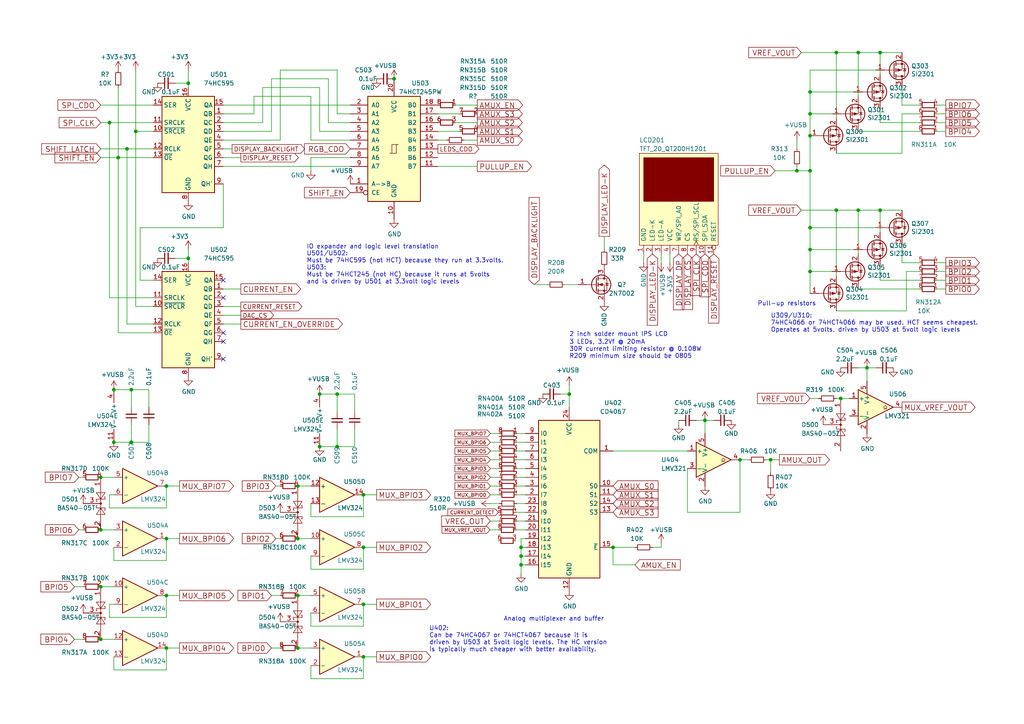
<source format=kicad_sch>
(kicad_sch (version 20230121) (generator eeschema)
  (paper "A4")
  (junction (at 151.13 161.29))
  (junction (at 92.71 114.3))
  (junction (at 29.21 170.18))
  (junction (at 105.41 190.5))
  (junction (at 234.95 33.02))
  (junction (at 248.92 15.24))
  (junction (at 248.92 60.96))
  (junction (at 38.1 113.03))
  (junction (at 86.36 140.97))
  (junction (at 243.84 115.57))
  (junction (at 33.02 128.27))
  (junction (at 223.52 133.35))
  (junction (at 105.41 175.26))
  (junction (at 48.26 140.97))
  (junction (at 251.46 106.68))
  (junction (at 234.95 72.39))
  (junction (at 177.8 158.75))
  (junction (at 29.21 153.67))
  (junction (at 214.63 133.35))
  (junction (at 86.36 156.21))
  (junction (at 255.27 15.24))
  (junction (at 234.95 66.04))
  (junction (at 97.79 114.3))
  (junction (at 86.36 172.72))
  (junction (at 29.21 138.43))
  (junction (at 48.26 187.96))
  (junction (at 31.75 35.56))
  (junction (at 151.13 158.75))
  (junction (at 38.1 128.27))
  (junction (at 34.29 45.72))
  (junction (at 242.57 60.96))
  (junction (at 97.79 129.54))
  (junction (at 48.26 172.72))
  (junction (at 255.27 60.96))
  (junction (at 234.95 49.53))
  (junction (at 204.47 121.92))
  (junction (at 165.1 114.3))
  (junction (at 234.95 78.74))
  (junction (at 231.14 49.53))
  (junction (at 151.13 163.83))
  (junction (at 105.41 143.51))
  (junction (at 234.95 39.37))
  (junction (at 29.21 185.42))
  (junction (at 39.37 38.1))
  (junction (at 54.61 24.13))
  (junction (at 92.71 129.54))
  (junction (at 234.95 26.67))
  (junction (at 48.26 156.21))
  (junction (at 114.3 22.86))
  (junction (at 86.36 187.96))
  (junction (at 33.02 113.03))
  (junction (at 54.61 74.93))
  (junction (at 242.57 15.24))
  (junction (at 105.41 158.75))
  (junction (at 36.83 43.18))
  (no_connect (at 64.77 104.14))
  (no_connect (at 64.77 96.52))
  (no_connect (at 64.77 81.28))
  (no_connect (at 64.77 86.36))
  (no_connect (at 64.77 99.06))
  (wire (pts (xy 97.79 119.38) (xy 97.79 114.3)))
  (wire (pts (xy 40.64 66.04) (xy 40.64 81.28)))
  (wire (pts (xy 255.27 77.47) (xy 255.27 81.28)))
  (wire (pts (xy 234.95 115.57) (xy 237.49 115.57)))
  (wire (pts (xy 34.29 96.52) (xy 34.29 45.72)))
  (wire (pts (xy 39.37 20.32) (xy 39.37 38.1)))
  (wire (pts (xy 255.27 35.56) (xy 255.27 31.75)))
  (wire (pts (xy 64.77 91.44) (xy 69.85 91.44)))
  (wire (pts (xy 90.17 181.61) (xy 105.41 181.61)))
  (wire (pts (xy 241.3 78.74) (xy 234.95 78.74)))
  (wire (pts (xy 29.21 138.43) (xy 33.02 138.43)))
  (wire (pts (xy 254 20.32) (xy 234.95 20.32)))
  (wire (pts (xy 44.45 93.98) (xy 36.83 93.98)))
  (wire (pts (xy 48.26 140.97) (xy 52.07 140.97)))
  (wire (pts (xy 44.45 30.48) (xy 29.21 30.48)))
  (wire (pts (xy 261.62 25.4) (xy 261.62 30.48)))
  (wire (pts (xy 64.77 48.26) (xy 101.6 48.26)))
  (wire (pts (xy 271.78 33.02) (xy 274.32 33.02)))
  (wire (pts (xy 64.77 33.02) (xy 73.66 33.02)))
  (wire (pts (xy 243.84 115.57) (xy 246.38 115.57)))
  (wire (pts (xy 149.86 143.51) (xy 152.4 143.51)))
  (wire (pts (xy 222.25 133.35) (xy 223.52 133.35)))
  (wire (pts (xy 21.59 185.42) (xy 24.13 185.42)))
  (wire (pts (xy 36.83 43.18) (xy 44.45 43.18)))
  (wire (pts (xy 127 40.64) (xy 129.54 40.64)))
  (wire (pts (xy 158.75 82.55) (xy 154.94 82.55)))
  (wire (pts (xy 44.45 96.52) (xy 34.29 96.52)))
  (wire (pts (xy 138.43 35.56) (xy 132.08 35.56)))
  (wire (pts (xy 261.62 44.45) (xy 242.57 44.45)))
  (wire (pts (xy 105.41 165.1) (xy 105.41 158.75)))
  (wire (pts (xy 90.17 146.05) (xy 90.17 149.86)))
  (wire (pts (xy 186.69 73.66) (xy 186.69 76.2)))
  (wire (pts (xy 132.08 30.48) (xy 138.43 30.48)))
  (wire (pts (xy 231.14 40.64) (xy 231.14 43.18)))
  (wire (pts (xy 248.92 106.68) (xy 251.46 106.68)))
  (wire (pts (xy 21.59 170.18) (xy 24.13 170.18)))
  (wire (pts (xy 86.36 172.72) (xy 90.17 172.72)))
  (wire (pts (xy 223.52 137.16) (xy 223.52 133.35)))
  (wire (pts (xy 152.4 161.29) (xy 151.13 161.29)))
  (wire (pts (xy 247.65 26.67) (xy 234.95 26.67)))
  (wire (pts (xy 248.92 60.96) (xy 242.57 60.96)))
  (wire (pts (xy 80.01 140.97) (xy 81.28 140.97)))
  (wire (pts (xy 152.4 148.59) (xy 149.606 148.59)))
  (wire (pts (xy 248.92 27.94) (xy 248.92 15.24)))
  (wire (pts (xy 105.41 158.75) (xy 109.22 158.75)))
  (wire (pts (xy 48.26 179.07) (xy 48.26 172.72)))
  (wire (pts (xy 184.15 163.83) (xy 177.8 163.83)))
  (wire (pts (xy 95.25 22.86) (xy 95.25 35.56)))
  (wire (pts (xy 64.77 40.64) (xy 81.28 40.64)))
  (wire (pts (xy 133.35 38.1) (xy 127 38.1)))
  (wire (pts (xy 54.61 20.32) (xy 54.61 24.13)))
  (wire (pts (xy 204.47 121.92) (xy 204.47 125.73)))
  (wire (pts (xy 78.74 22.86) (xy 95.25 22.86)))
  (wire (pts (xy 54.61 24.13) (xy 54.61 25.4)))
  (wire (pts (xy 73.66 33.02) (xy 73.66 27.94)))
  (wire (pts (xy 151.13 161.29) (xy 151.13 163.83)))
  (wire (pts (xy 242.57 60.96) (xy 242.57 80.01)))
  (wire (pts (xy 33.02 158.75) (xy 33.02 162.56)))
  (wire (pts (xy 255.27 21.59) (xy 255.27 15.24)))
  (wire (pts (xy 224.79 49.53) (xy 231.14 49.53)))
  (wire (pts (xy 144.78 125.73) (xy 142.24 125.73)))
  (wire (pts (xy 127 33.02) (xy 133.35 33.02)))
  (wire (pts (xy 142.24 128.27) (xy 144.78 128.27)))
  (wire (pts (xy 22.86 153.67) (xy 24.13 153.67)))
  (wire (pts (xy 102.87 119.38) (xy 102.87 114.3)))
  (wire (pts (xy 234.95 33.02) (xy 234.95 39.37)))
  (wire (pts (xy 38.1 118.11) (xy 38.1 113.03)))
  (wire (pts (xy 90.17 27.94) (xy 90.17 40.64)))
  (wire (pts (xy 31.75 35.56) (xy 29.21 35.56)))
  (wire (pts (xy 152.4 135.89) (xy 149.86 135.89)))
  (wire (pts (xy 44.45 86.36) (xy 31.75 86.36)))
  (wire (pts (xy 31.75 86.36) (xy 31.75 35.56)))
  (wire (pts (xy 102.87 129.54) (xy 97.79 129.54)))
  (wire (pts (xy 81.28 40.64) (xy 81.28 20.32)))
  (wire (pts (xy 64.77 38.1) (xy 78.74 38.1)))
  (wire (pts (xy 90.17 149.86) (xy 105.41 149.86)))
  (wire (pts (xy 152.4 156.21) (xy 151.13 156.21)))
  (wire (pts (xy 152.4 140.97) (xy 149.86 140.97)))
  (wire (pts (xy 50.8 74.93) (xy 54.61 74.93)))
  (wire (pts (xy 261.62 71.12) (xy 261.62 76.2)))
  (wire (pts (xy 31.75 143.51) (xy 31.75 147.32)))
  (wire (pts (xy 92.71 25.4) (xy 92.71 38.1)))
  (wire (pts (xy 152.4 163.83) (xy 151.13 163.83)))
  (wire (pts (xy 261.62 76.2) (xy 266.7 76.2)))
  (wire (pts (xy 86.36 187.96) (xy 90.17 187.96)))
  (wire (pts (xy 36.83 43.18) (xy 29.21 43.18)))
  (wire (pts (xy 149.86 138.43) (xy 152.4 138.43)))
  (wire (pts (xy 127 48.26) (xy 138.43 48.26)))
  (wire (pts (xy 78.74 38.1) (xy 78.74 22.86)))
  (wire (pts (xy 90.17 177.8) (xy 90.17 181.61)))
  (wire (pts (xy 90.17 161.29) (xy 90.17 165.1)))
  (wire (pts (xy 194.31 73.66) (xy 194.31 76.2)))
  (wire (pts (xy 274.32 81.28) (xy 271.78 81.28)))
  (wire (pts (xy 38.1 113.03) (xy 33.02 113.03)))
  (wire (pts (xy 43.18 113.03) (xy 38.1 113.03)))
  (wire (pts (xy 184.15 158.75) (xy 177.8 158.75)))
  (wire (pts (xy 97.79 114.3) (xy 92.71 114.3)))
  (wire (pts (xy 31.75 179.07) (xy 48.26 179.07)))
  (wire (pts (xy 78.74 187.96) (xy 81.28 187.96)))
  (wire (pts (xy 254 106.68) (xy 251.46 106.68)))
  (wire (pts (xy 81.28 20.32) (xy 97.79 20.32)))
  (wire (pts (xy 105.41 175.26) (xy 109.22 175.26)))
  (wire (pts (xy 48.26 162.56) (xy 48.26 156.21)))
  (wire (pts (xy 105.41 190.5) (xy 109.22 190.5)))
  (wire (pts (xy 142.24 151.13) (xy 144.78 151.13)))
  (wire (pts (xy 67.31 43.18) (xy 64.77 43.18)))
  (wire (pts (xy 69.85 88.9) (xy 64.77 88.9)))
  (wire (pts (xy 78.74 172.72) (xy 81.28 172.72)))
  (wire (pts (xy 105.41 149.86) (xy 105.41 143.51)))
  (wire (pts (xy 191.77 158.75) (xy 189.23 158.75)))
  (wire (pts (xy 234.95 78.74) (xy 234.95 85.09)))
  (wire (pts (xy 33.02 194.31) (xy 48.26 194.31)))
  (wire (pts (xy 196.85 121.92) (xy 196.85 123.19)))
  (wire (pts (xy 255.27 67.31) (xy 255.27 60.96)))
  (wire (pts (xy 231.14 49.53) (xy 231.14 48.26)))
  (wire (pts (xy 165.1 111.76) (xy 165.1 114.3)))
  (wire (pts (xy 234.95 49.53) (xy 234.95 39.37)))
  (wire (pts (xy 90.17 45.72) (xy 90.17 49.53)))
  (wire (pts (xy 151.13 158.75) (xy 152.4 158.75)))
  (wire (pts (xy 217.17 133.35) (xy 214.63 133.35)))
  (wire (pts (xy 105.41 143.51) (xy 109.22 143.51)))
  (wire (pts (xy 255.27 15.24) (xy 248.92 15.24)))
  (wire (pts (xy 142.24 130.81) (xy 144.78 130.81)))
  (wire (pts (xy 271.78 38.1) (xy 274.32 38.1)))
  (wire (pts (xy 199.39 135.89) (xy 199.39 148.59)))
  (wire (pts (xy 254 66.04) (xy 234.95 66.04)))
  (wire (pts (xy 39.37 88.9) (xy 39.37 38.1)))
  (wire (pts (xy 255.27 81.28) (xy 266.7 81.28)))
  (wire (pts (xy 97.79 20.32) (xy 97.79 33.02)))
  (wire (pts (xy 151.13 158.75) (xy 151.13 161.29)))
  (wire (pts (xy 29.21 45.72) (xy 34.29 45.72)))
  (wire (pts (xy 149.733 153.67) (xy 152.4 153.67)))
  (wire (pts (xy 38.1 123.19) (xy 38.1 128.27)))
  (wire (pts (xy 31.75 175.26) (xy 31.75 179.07)))
  (wire (pts (xy 134.62 40.64) (xy 138.43 40.64)))
  (wire (pts (xy 261.62 15.24) (xy 255.27 15.24)))
  (wire (pts (xy 248.92 15.24) (xy 242.57 15.24)))
  (wire (pts (xy 48.26 156.21) (xy 52.07 156.21)))
  (wire (pts (xy 69.85 83.82) (xy 64.77 83.82)))
  (wire (pts (xy 29.21 185.42) (xy 33.02 185.42)))
  (wire (pts (xy 214.63 148.59) (xy 214.63 133.35)))
  (wire (pts (xy 90.17 40.64) (xy 101.6 40.64)))
  (wire (pts (xy 242.57 15.24) (xy 242.57 34.29)))
  (wire (pts (xy 151.13 156.21) (xy 151.13 158.75)))
  (wire (pts (xy 44.45 38.1) (xy 39.37 38.1)))
  (wire (pts (xy 234.95 72.39) (xy 234.95 78.74)))
  (wire (pts (xy 251.46 106.68) (xy 251.46 110.49)))
  (wire (pts (xy 44.45 35.56) (xy 31.75 35.56)))
  (wire (pts (xy 31.75 175.26) (xy 33.02 175.26)))
  (wire (pts (xy 36.83 93.98) (xy 36.83 43.18)))
  (wire (pts (xy 29.21 153.67) (xy 33.02 153.67)))
  (wire (pts (xy 29.21 170.18) (xy 33.02 170.18)))
  (wire (pts (xy 191.77 157.48) (xy 191.77 158.75)))
  (wire (pts (xy 48.26 172.72) (xy 52.07 172.72)))
  (wire (pts (xy 234.95 26.67) (xy 234.95 33.02)))
  (wire (pts (xy 48.26 194.31) (xy 48.26 187.96)))
  (wire (pts (xy 33.02 190.5) (xy 33.02 194.31)))
  (wire (pts (xy 90.17 193.04) (xy 90.17 196.85)))
  (wire (pts (xy 54.61 72.39) (xy 54.61 74.93)))
  (wire (pts (xy 271.78 83.82) (xy 274.32 83.82)))
  (wire (pts (xy 177.8 163.83) (xy 177.8 158.75)))
  (wire (pts (xy 255.27 60.96) (xy 248.92 60.96)))
  (wire (pts (xy 95.25 35.56) (xy 101.6 35.56)))
  (wire (pts (xy 144.653 153.67) (xy 142.113 153.67)))
  (wire (pts (xy 31.75 147.32) (xy 48.26 147.32)))
  (wire (pts (xy 34.29 25.4) (xy 34.29 45.72)))
  (wire (pts (xy 90.17 196.85) (xy 105.41 196.85)))
  (wire (pts (xy 232.41 60.96) (xy 242.57 60.96)))
  (wire (pts (xy 64.77 30.48) (xy 101.6 30.48)))
  (wire (pts (xy 149.86 151.13) (xy 152.4 151.13)))
  (wire (pts (xy 149.86 125.73) (xy 152.4 125.73)))
  (wire (pts (xy 231.14 49.53) (xy 234.95 49.53)))
  (wire (pts (xy 97.79 33.02) (xy 101.6 33.02)))
  (wire (pts (xy 105.41 181.61) (xy 105.41 175.26)))
  (wire (pts (xy 261.62 33.02) (xy 261.62 44.45)))
  (wire (pts (xy 247.65 72.39) (xy 234.95 72.39)))
  (wire (pts (xy 163.83 82.55) (xy 167.64 82.55)))
  (wire (pts (xy 76.2 35.56) (xy 76.2 25.4)))
  (wire (pts (xy 144.78 133.35) (xy 142.24 133.35)))
  (wire (pts (xy 80.01 156.21) (xy 81.28 156.21)))
  (wire (pts (xy 105.41 196.85) (xy 105.41 190.5)))
  (wire (pts (xy 234.95 20.32) (xy 234.95 26.67)))
  (wire (pts (xy 73.66 27.94) (xy 90.17 27.94)))
  (wire (pts (xy 97.79 129.54) (xy 92.71 129.54)))
  (wire (pts (xy 92.71 38.1) (xy 101.6 38.1)))
  (wire (pts (xy 271.78 35.56) (xy 274.32 35.56)))
  (wire (pts (xy 223.52 133.35) (xy 226.06 133.35)))
  (wire (pts (xy 33.02 162.56) (xy 48.26 162.56)))
  (wire (pts (xy 234.95 49.53) (xy 234.95 66.04)))
  (wire (pts (xy 248.92 73.66) (xy 248.92 60.96)))
  (wire (pts (xy 262.89 78.74) (xy 266.7 78.74)))
  (wire (pts (xy 152.4 128.27) (xy 149.86 128.27)))
  (wire (pts (xy 54.61 74.93) (xy 54.61 76.2)))
  (wire (pts (xy 271.78 78.74) (xy 274.32 78.74)))
  (wire (pts (xy 44.45 88.9) (xy 39.37 88.9)))
  (wire (pts (xy 242.57 15.24) (xy 232.41 15.24)))
  (wire (pts (xy 201.93 121.92) (xy 204.47 121.92)))
  (wire (pts (xy 102.87 124.46) (xy 102.87 129.54)))
  (wire (pts (xy 248.92 38.1) (xy 266.7 38.1)))
  (wire (pts (xy 261.62 33.02) (xy 266.7 33.02)))
  (wire (pts (xy 162.56 114.3) (xy 165.1 114.3)))
  (wire (pts (xy 262.89 78.74) (xy 262.89 90.17)))
  (wire (pts (xy 142.24 143.51) (xy 144.78 143.51)))
  (wire (pts (xy 38.1 128.27) (xy 33.02 128.27)))
  (wire (pts (xy 86.36 156.21) (xy 90.17 156.21)))
  (wire (pts (xy 48.26 187.96) (xy 52.07 187.96)))
  (wire (pts (xy 101.6 45.72) (xy 90.17 45.72)))
  (wire (pts (xy 248.92 83.82) (xy 266.7 83.82)))
  (wire (pts (xy 144.78 146.05) (xy 142.24 146.05)))
  (wire (pts (xy 149.86 146.05) (xy 152.4 146.05)))
  (wire (pts (xy 165.1 118.11) (xy 165.1 114.3)))
  (wire (pts (xy 207.01 121.92) (xy 204.47 121.92)))
  (wire (pts (xy 40.64 81.28) (xy 44.45 81.28)))
  (wire (pts (xy 262.89 90.17) (xy 242.57 90.17)))
  (wire (pts (xy 261.62 30.48) (xy 266.7 30.48)))
  (wire (pts (xy 76.2 25.4) (xy 92.71 25.4)))
  (wire (pts (xy 50.8 24.13) (xy 54.61 24.13)))
  (wire (pts (xy 274.32 76.2) (xy 271.78 76.2)))
  (wire (pts (xy 142.24 138.43) (xy 144.78 138.43)))
  (wire (pts (xy 86.36 140.97) (xy 90.17 140.97)))
  (wire (pts (xy 271.78 30.48) (xy 274.32 30.48)))
  (wire (pts (xy 177.8 130.81) (xy 199.39 130.81)))
  (wire (pts (xy 102.87 114.3) (xy 97.79 114.3)))
  (wire (pts (xy 90.17 165.1) (xy 105.41 165.1)))
  (wire (pts (xy 144.78 140.97) (xy 142.24 140.97)))
  (wire (pts (xy 64.77 35.56) (xy 76.2 35.56)))
  (wire (pts (xy 175.26 68.58) (xy 175.26 72.39)))
  (wire (pts (xy 199.39 148.59) (xy 214.63 148.59)))
  (wire (pts (xy 191.77 73.66) (xy 191.77 76.2)))
  (wire (pts (xy 97.79 124.46) (xy 97.79 129.54)))
  (wire (pts (xy 234.95 66.04) (xy 234.95 72.39)))
  (wire (pts (xy 261.62 60.96) (xy 255.27 60.96)))
  (wire (pts (xy 241.3 33.02) (xy 234.95 33.02)))
  (wire (pts (xy 64.77 53.34) (xy 64.77 66.04)))
  (wire (pts (xy 43.18 123.19) (xy 43.18 128.27)))
  (wire (pts (xy 69.85 93.98) (xy 64.77 93.98)))
  (wire (pts (xy 242.57 115.57) (xy 243.84 115.57)))
  (wire (pts (xy 22.86 138.43) (xy 24.13 138.43)))
  (wire (pts (xy 48.26 147.32) (xy 48.26 140.97)))
  (wire (pts (xy 43.18 118.11) (xy 43.18 113.03)))
  (wire (pts (xy 64.77 66.04) (xy 40.64 66.04)))
  (wire (pts (xy 149.86 130.81) (xy 152.4 130.81)))
  (wire (pts (xy 255.27 35.56) (xy 266.7 35.56)))
  (wire (pts (xy 144.78 135.89) (xy 142.24 135.89)))
  (wire (pts (xy 152.4 133.35) (xy 149.86 133.35)))
  (wire (pts (xy 43.18 128.27) (xy 38.1 128.27)))
  (wire (pts (xy 64.77 45.72) (xy 69.85 45.72)))
  (wire (pts (xy 44.45 45.72) (xy 34.29 45.72)))
  (wire (pts (xy 31.75 143.51) (xy 33.02 143.51)))
  (wire (pts (xy 151.13 163.83) (xy 151.13 166.37)))
  (text "IO expander and logic level translation" (at 88.9 72.39 0) (effects (font (size 1.27 1.27)) (justify left bottom)))
  (text "Analog multiplexer and buffer" (at 146.05 180.34 0) (effects (font (size 1.27 1.27)) (justify left bottom)))
  (text "U402:\nCan be 74HC4067 or 74HCT4067 because it is \ndriven by U503 at 5volt logic levels. The HC version \nis typically much cheaper with better availability." (at 124.46 189.23 0) (effects (font (size 1.27 1.27)) (justify left bottom)))
  (text "3 LEDs, 3.2Vf @ 20mA\n30R current limiting resistor @ 0.108W\nR209 minimum size should be 0805" (at 165.1 104.14 0) (effects (font (size 1.27 1.27)) (justify left bottom)))
  (text "2 inch solder mount IPS LCD" (at 165.1 97.79 0) (effects (font (size 1.27 1.27)) (justify left bottom)))
  (text "U501/U502:\nMust be 74HC595 (not HCT) because they run at 3.3volts.\nU503:\nMust be 74HCT245 (not HC) because it runs at 5volts\nand is driven by U501 at 3.3volt logic levels" (at 88.9 82.55 0) (effects (font (size 1.27 1.27)) (justify left bottom)))
  (text "U309/U310:\n74HC4066 or 74HCT4066 may be used. HCT seems cheapest.\nOperates at 5volts, driven by U503 at 5volt logic levels" (at 223.52 96.52 0) (effects (font (size 1.27 1.27)) (justify left bottom)))
  (text "Pull-up resistors" (at 219.71 88.9 0) (effects (font (size 1.27 1.27)) (justify left bottom)))
  (global_label "MUX_VREF_VOUT" (shape input) (at 142.113 153.67 180) (effects (font (size 1 1))) (property "Intersheetrefs" "${INTERSHEET_REFS}" (effects hide)))
  (global_label "AMUX_S3" (shape input) (at 177.8 148.59 0) (effects (font (size 1.524 1.524))) (property "Intersheetrefs" "${INTERSHEET_REFS}" (effects hide)))
  (global_label "AMUX_S3" (shape output) (at 138.43 33.02 0) (effects (font (size 1.524 1.524))) (property "Intersheetrefs" "${INTERSHEET_REFS}" (effects hide)))
  (global_label "AMUX_S2" (shape input) (at 177.8 146.05 0) (effects (font (size 1.524 1.524))) (property "Intersheetrefs" "${INTERSHEET_REFS}" (effects hide)))
  (global_label "CURRENT_EN_OVERRIDE" (shape output) (at 69.85 93.98 0) (effects (font (size 1.524 1.524))) (property "Intersheetrefs" "${INTERSHEET_REFS}" (effects hide)))
  (global_label "DISPLAY_LED-K" (shape output) (at 175.26 68.58 90) (effects (font (size 1.524 1.524))) (property "Intersheetrefs" "${INTERSHEET_REFS}" (effects hide)))
  (global_label "MUX_BPIO5" (shape input) (at 142.24 130.81 180) (effects (font (size 1 1))) (property "Intersheetrefs" "${INTERSHEET_REFS}" (effects hide)))
  (global_label "DAC_CS" (shape output) (at 69.85 91.44 0) (property "Intersheetrefs" "${INTERSHEET_REFS}" (effects hide)))
  (global_label "BPIO0" (shape input) (at 78.74 187.96 180) (effects (font (size 1.524 1.524))) (property "Intersheetrefs" "${INTERSHEET_REFS}" (effects hide)))
  (global_label "DISPLAY_BACKLIGHT" (shape output) (at 67.31 43.18 0) (property "Intersheetrefs" "${INTERSHEET_REFS}" (effects hide)))
  (global_label "BPIO1" (shape input) (at 78.74 172.72 180) (effects (font (size 1.524 1.524))) (property "Intersheetrefs" "${INTERSHEET_REFS}" (effects hide)))
  (global_label "SPI_CLK" (shape input) (at 29.21 35.56 180) (effects (font (size 1.524 1.524))) (property "Intersheetrefs" "${INTERSHEET_REFS}" (effects hide)))
  (global_label "MUX_VREF_VOUT" (shape output) (at 261.62 118.11 0) (effects (font (size 1.524 1.524))) (property "Intersheetrefs" "${INTERSHEET_REFS}" (effects hide)))
  (global_label "SHIFT_EN" (shape input) (at 29.21 45.72 180) (effects (font (size 1.524 1.524))) (property "Intersheetrefs" "${INTERSHEET_REFS}" (effects hide)))
  (global_label "MUX_BPIO4" (shape input) (at 142.24 133.35 180) (effects (font (size 1 1))) (property "Intersheetrefs" "${INTERSHEET_REFS}" (effects hide)))
  (global_label "LEDS_CDO" (shape output) (at 127 43.18 0) (property "Intersheetrefs" "${INTERSHEET_REFS}" (effects hide)))
  (global_label "BPIO0" (shape output) (at 274.32 83.82 0) (effects (font (size 1.524 1.524))) (property "Intersheetrefs" "${INTERSHEET_REFS}" (effects hide)))
  (global_label "VREF_VOUT" (shape input) (at 232.41 60.96 180) (effects (font (size 1.524 1.524))) (property "Intersheetrefs" "${INTERSHEET_REFS}" (effects hide)))
  (global_label "BPIO4" (shape output) (at 274.32 38.1 0) (effects (font (size 1.524 1.524))) (property "Intersheetrefs" "${INTERSHEET_REFS}" (effects hide)))
  (global_label "MUX_BPIO4" (shape output) (at 52.07 187.96 0) (effects (font (size 1.524 1.524))) (property "Intersheetrefs" "${INTERSHEET_REFS}" (effects hide)))
  (global_label "MUX_BPIO3" (shape output) (at 109.22 143.51 0) (effects (font (size 1.524 1.524))) (property "Intersheetrefs" "${INTERSHEET_REFS}" (effects hide)))
  (global_label "VREG_OUT" (shape input) (at 142.24 151.13 180) (effects (font (size 1.524 1.524))) (property "Intersheetrefs" "${INTERSHEET_REFS}" (effects hide)))
  (global_label "MUX_BPIO2" (shape output) (at 109.22 158.75 0) (effects (font (size 1.524 1.524))) (property "Intersheetrefs" "${INTERSHEET_REFS}" (effects hide)))
  (global_label "MUX_BPIO2" (shape input) (at 142.24 138.43 180) (effects (font (size 1 1))) (property "Intersheetrefs" "${INTERSHEET_REFS}" (effects hide)))
  (global_label "VREF_VOUT" (shape input) (at 232.41 15.24 180) (effects (font (size 1.524 1.524))) (property "Intersheetrefs" "${INTERSHEET_REFS}" (effects hide)))
  (global_label "BPIO2" (shape input) (at 80.01 156.21 180) (effects (font (size 1.524 1.524))) (property "Intersheetrefs" "${INTERSHEET_REFS}" (effects hide)))
  (global_label "MUX_BPIO6" (shape output) (at 52.07 156.21 0) (effects (font (size 1.524 1.524))) (property "Intersheetrefs" "${INTERSHEET_REFS}" (effects hide)))
  (global_label "PULLUP_EN" (shape output) (at 138.43 48.26 0) (effects (font (size 1.524 1.524))) (property "Intersheetrefs" "${INTERSHEET_REFS}" (effects hide)))
  (global_label "SPI_CDO" (shape input) (at 29.21 30.48 180) (effects (font (size 1.524 1.524))) (property "Intersheetrefs" "${INTERSHEET_REFS}" (effects hide)))
  (global_label "DISPLAY_BACKLIGHT" (shape input) (at 154.94 82.55 90) (effects (font (size 1.524 1.524))) (property "Intersheetrefs" "${INTERSHEET_REFS}" (effects hide)))
  (global_label "CURRENT_EN" (shape output) (at 69.85 83.82 0) (effects (font (size 1.524 1.524))) (property "Intersheetrefs" "${INTERSHEET_REFS}" (effects hide)))
  (global_label "BPIO5" (shape output) (at 274.32 35.56 0) (effects (font (size 1.524 1.524))) (property "Intersheetrefs" "${INTERSHEET_REFS}" (effects hide)))
  (global_label "SHIFT_EN" (shape input) (at 101.6 55.88 180) (effects (font (size 1.524 1.524))) (property "Intersheetrefs" "${INTERSHEET_REFS}" (effects hide)))
  (global_label "AMUX_EN" (shape input) (at 184.15 163.83 0) (effects (font (size 1.524 1.524))) (property "Intersheetrefs" "${INTERSHEET_REFS}" (effects hide)))
  (global_label "BPIO3" (shape input) (at 80.01 140.97 180) (effects (font (size 1.524 1.524))) (property "Intersheetrefs" "${INTERSHEET_REFS}" (effects hide)))
  (global_label "SPI_CDO" (shape input) (at 204.47 73.66 270) (effects (font (size 1.524 1.524))) (property "Intersheetrefs" "${INTERSHEET_REFS}" (effects hide)))
  (global_label "MUX_BPIO3" (shape input) (at 142.24 135.89 180) (effects (font (size 1 1))) (property "Intersheetrefs" "${INTERSHEET_REFS}" (effects hide)))
  (global_label "MUX_BPIO7" (shape output) (at 52.07 140.97 0) (effects (font (size 1.524 1.524))) (property "Intersheetrefs" "${INTERSHEET_REFS}" (effects hide)))
  (global_label "SHIFT_LATCH" (shape input) (at 29.21 43.18 180) (effects (font (size 1.524 1.524))) (property "Intersheetrefs" "${INTERSHEET_REFS}" (effects hide)))
  (global_label "BPIO6" (shape input) (at 22.86 153.67 180) (effects (font (size 1.524 1.524))) (property "Intersheetrefs" "${INTERSHEET_REFS}" (effects hide)))
  (global_label "PULLUP_EN" (shape input) (at 224.79 49.53 180) (effects (font (size 1.524 1.524))) (property "Intersheetrefs" "${INTERSHEET_REFS}" (effects hide)))
  (global_label "CURRENT_DETECT" (shape input) (at 144.526 148.59 180) (effects (font (size 0.9906 0.9906))) (property "Intersheetrefs" "${INTERSHEET_REFS}" (effects hide)))
  (global_label "VREF_VOUT" (shape input) (at 234.95 115.57 180) (effects (font (size 1.524 1.524))) (property "Intersheetrefs" "${INTERSHEET_REFS}" (effects hide)))
  (global_label "MUX_BPIO0" (shape input) (at 142.24 143.51 180) (effects (font (size 1 1))) (property "Intersheetrefs" "${INTERSHEET_REFS}" (effects hide)))
  (global_label "AMUX_EN" (shape output) (at 138.43 30.48 0) (effects (font (size 1.524 1.524))) (property "Intersheetrefs" "${INTERSHEET_REFS}" (effects hide)))
  (global_label "DISPLAY_LED-K" (shape input) (at 189.23 73.66 270) (effects (font (size 1.524 1.524))) (property "Intersheetrefs" "${INTERSHEET_REFS}" (effects hide)))
  (global_label "AMUX_OUT" (shape output) (at 226.06 133.35 0) (effects (font (size 1.524 1.524))) (property "Intersheetrefs" "${INTERSHEET_REFS}" (effects hide)))
  (global_label "MUX_BPIO0" (shape output) (at 109.22 190.5 0) (effects (font (size 1.524 1.524))) (property "Intersheetrefs" "${INTERSHEET_REFS}" (effects hide)))
  (global_label "BPIO5" (shape input) (at 21.59 170.18 180) (effects (font (size 1.524 1.524))) (property "Intersheetrefs" "${INTERSHEET_REFS}" (effects hide)))
  (global_label "RGB_CDO" (shape input) (at 101.6 43.18 180) (effects (font (size 1.524 1.524))) (property "Intersheetrefs" "${INTERSHEET_REFS}" (effects hide)))
  (global_label "DISPLAY_RESET" (shape input) (at 207.01 73.66 270) (effects (font (size 1.524 1.524))) (property "Intersheetrefs" "${INTERSHEET_REFS}" (effects hide)))
  (global_label "BPIO7" (shape output) (at 274.32 30.48 0) (effects (font (size 1.524 1.524))) (property "Intersheetrefs" "${INTERSHEET_REFS}" (effects hide)))
  (global_label "BPIO7" (shape input) (at 22.86 138.43 180) (effects (font (size 1.524 1.524))) (property "Intersheetrefs" "${INTERSHEET_REFS}" (effects hide)))
  (global_label "SPI_CLK" (shape input) (at 201.93 73.66 270) (effects (font (size 1.524 1.524))) (property "Intersheetrefs" "${INTERSHEET_REFS}" (effects hide)))
  (global_label "MUX_BPIO6" (shape input) (at 142.24 128.27 180) (effects (font (size 1 1))) (property "Intersheetrefs" "${INTERSHEET_REFS}" (effects hide)))
  (global_label "MUX_BPIO7" (shape input) (at 142.24 125.73 180) (effects (font (size 1 1))) (property "Intersheetrefs" "${INTERSHEET_REFS}" (effects hide)))
  (global_label "BPIO6" (shape output) (at 274.32 33.02 0) (effects (font (size 1.524 1.524))) (property "Intersheetrefs" "${INTERSHEET_REFS}" (effects hide)))
  (global_label "DISPLAY_DP" (shape input) (at 196.85 73.66 270) (effects (font (size 1.524 1.524))) (property "Intersheetrefs" "${INTERSHEET_REFS}" (effects hide)))
  (global_label "BPIO1" (shape output) (at 274.32 81.28 0) (effects (font (size 1.524 1.524))) (property "Intersheetrefs" "${INTERSHEET_REFS}" (effects hide)))
  (global_label "CURRENT_RESET" (shape output) (at 69.85 88.9 0) (property "Intersheetrefs" "${INTERSHEET_REFS}" (effects hide)))
  (global_label "AMUX_S0" (shape input) (at 177.8 140.97 0) (effects (font (size 1.524 1.524))) (property "Intersheetrefs" "${INTERSHEET_REFS}" (effects hide)))
  (global_label "BPIO2" (shape output) (at 274.32 78.74 0) (effects (font (size 1.524 1.524))) (property "Intersheetrefs" "${INTERSHEET_REFS}" (effects hide)))
  (global_label "AMUX_S1" (shape output) (at 138.43 38.1 0) (effects (font (size 1.524 1.524))) (property "Intersheetrefs" "${INTERSHEET_REFS}" (effects hide)))
  (global_label "MUX_BPIO1" (shape input) (at 142.24 140.97 180) (effects (font (size 1 1))) (property "Intersheetrefs" "${INTERSHEET_REFS}" (effects hide)))
  (global_label "DISPLAY_RESET" (shape output) (at 69.85 45.72 0) (property "Intersheetrefs" "${INTERSHEET_REFS}" (effects hide)))
  (global_label "AMUX_S2" (shape output) (at 138.43 35.56 0) (effects (font (size 1.524 1.524))) (property "Intersheetrefs" "${INTERSHEET_REFS}" (effects hide)))
  (global_label "MUX_BPIO5" (shape output) (at 52.07 172.72 0) (effects (font (size 1.524 1.524))) (property "Intersheetrefs" "${INTERSHEET_REFS}" (effects hide)))
  (global_label "AMUX_S0" (shape output) (at 138.43 40.64 0) (effects (font (size 1.524 1.524))) (property "Intersheetrefs" "${INTERSHEET_REFS}" (effects hide)))
  (global_label "DISPLAY_CS" (shape input) (at 199.39 73.66 270) (effects (font (size 1.524 1.524))) (property "Intersheetrefs" "${INTERSHEET_REFS}" (effects hide)))
  (global_label "BPIO3" (shape output) (at 274.32 76.2 0) (effects (font (size 1.524 1.524))) (property "Intersheetrefs" "${INTERSHEET_REFS}" (effects hide)))
  (global_label "MUX_BPIO1" (shape output) (at 109.22 175.26 0) (effects (font (size 1.524 1.524))) (property "Intersheetrefs" "${INTERSHEET_REFS}" (effects hide)))
  (global_label "AMUX_S1" (shape input) (at 177.8 143.51 0) (effects (font (size 1.524 1.524))) (property "Intersheetrefs" "${INTERSHEET_REFS}" (effects hide)))
  (global_label "BPIO4" (shape input) (at 21.59 185.42 180) (effects (font (size 1.524 1.524))) (property "Intersheetrefs" "${INTERSHEET_REFS}" (effects hide)))
  (symbol (lib_id "Device:R_Small") (at 186.69 158.75 270) (unit 1)
    (property "Reference" "R402" (at 186.69 153.67 90) (effects (justify right)))
    (property "Value" "10K" (at 186.69 156.21 90) (effects (justify right)))
    (property "Footprint" "Resistor_SMD:R_0402_1005Metric" (effects hide))
    (property "RMB" "0.004864" (effects hide))
    (property "Supplier" "https://item.szlcsc.com/61542.html" (effects hide))
  )
  (symbol (lib_id "Device:R_Small") (at 219.71 133.35 90) (unit 1)
    (property "Reference" "R406" (at 217.17 130.81 90))
    (property "Value" "10K" (at 223.52 130.81 90))
    (property "Footprint" "Resistor_SMD:R_0402_1005Metric" (effects hide))
    (property "RMB" "0.004864" (effects hide))
    (property "Supplier" "https://item.szlcsc.com/61542.html" (effects hide))
  )
  (symbol (lib_id "power:GND") (at 165.1 171.45 0) (unit 1)
    (property "Reference" "#PWR0409" (effects hide))
    (property "Value" "GND" (at 165.227 175.8442 0))
  )
  (symbol (lib_id "Device:C_Small") (at 160.02 114.3 90) (unit 1)
    (property "Reference" "C403" (at 160.02 111.76 90))
    (property "Value" "0.1uF" (at 161.29 116.84 90))
    (property "Footprint" "Capacitor_SMD:C_0402_1005Metric" (effects hide))
    (property "RMB" "0.00628" (effects hide))
    (property "Supplier" "https://item.szlcsc.com/1877.html" (effects hide))
  )
  (symbol (lib_id "power:GND") (at 157.48 114.3 0) (unit 1)
    (property "Reference" "#PWR0407" (effects hide))
    (property "Value" "GND" (at 154.94 116.84 0))
  )
  (symbol (lib_id "74xx:CD74HC4067M") (at 165.1 143.51 0) (mirror y) (unit 1)
    (property "Reference" "U402" (at 177.8 116.84 0))
    (property "Value" "CD4067" (at 177.8 119.38 0))
    (property "Footprint" "Package_SO:TSSOP-24_4.4x7.8mm_P0.65mm" (effects hide))
    (property "Datasheet" "http://www.ti.com/lit/ds/symlink/cd74hc4067.pdf" (effects hide))
    (property "Supplier" "https://eu.mouser.com/ProductDetail/Nexperia/74HCT4067PW118" (effects hide))
    (property "USD" "0.762" (effects hide))
  )
  (symbol (lib_id "dp-power:+VUSB") (at 165.1 111.76 0) (unit 1)
    (property "Reference" "#PWR0408" (effects hide))
    (property "Value" "+VUSB" (at 164.719 107.3658 0))
  )
  (symbol (lib_id "dp-power:+VUSB") (at 231.14 40.64 0) (unit 1)
    (property "Reference" "#PWR0360" (effects hide))
    (property "Value" "+VUSB" (at 230.759 36.2458 0))
  )
  (symbol (lib_id "Device:R_Small") (at 223.52 139.7 180) (unit 1)
    (property "Reference" "R407" (at 224.79 138.43 0) (effects (justify right)))
    (property "Value" "10K" (at 224.79 140.97 0) (effects (justify right)))
    (property "Footprint" "Resistor_SMD:R_0402_1005Metric" (effects hide))
    (property "RMB" "0.004864" (effects hide))
    (property "Supplier" "https://item.szlcsc.com/61542.html" (effects hide))
  )
  (symbol (lib_id "power:GND") (at 223.52 142.24 0) (unit 1)
    (property "Reference" "#PWR0420" (effects hide))
    (property "Value" "GND" (at 223.52 146.05 0))
  )
  (symbol (lib_id "power:GND") (at 186.69 76.2 0) (unit 1)
    (property "Reference" "#PWR0212" (effects hide))
    (property "Value" "GND" (at 186.69 81.28 90))
  )
  (symbol (lib_id "Transistor_FET:BSS138") (at 172.72 82.55 0) (unit 1)
    (property "Reference" "Q?" (at 180.34 82.55 0))
    (property "Value" "2N7002" (at 180.34 85.09 0))
    (property "Footprint" "Package_TO_SOT_SMD:SOT-23" (effects hide))
    (property "Datasheet" "https://www.fairchildsemi.com/datasheets/BS/BSS138.pdf" (effects hide))
    (property "RMB" "0.140017" (effects hide))
    (property "Supplier" "https://item.szlcsc.com/544697.html" (effects hide))
    (instances (project "BusPirate-5-rev10" (path "" (reference "Q?") (unit 1)) (path "" (reference "Q202") (unit 1))))
  )
  (symbol (lib_id "Device:R_Small") (at 175.26 74.93 180) (unit 1)
    (property "Reference" "R209" (at 179.07 72.39 0))
    (property "Value" "33R" (at 179.07 74.93 0))
    (property "Footprint" "Resistor_SMD:R_0805_2012Metric" (effects hide))
    (property "RMB" "0.019315" (effects hide))
    (property "Supplier" "https://item.szlcsc.com/139271.html" (effects hide))
  )
  (symbol (lib_id "power:GND") (at 175.26 87.63 0) (unit 1)
    (property "Reference" "#PWR0211" (effects hide))
    (property "Value" "GND" (at 175.26 92.71 90))
  )
  (symbol (lib_id "power:+3V3") (at 194.31 76.2 180) (unit 1)
    (property "Reference" "#PWR0214" (effects hide))
    (property "Value" "+3V3" (at 194.31 82.55 90))
  )
  (symbol (lib_id "dp-power:+VUSB") (at 191.77 76.2 180) (unit 1)
    (property "Reference" "#PWR0213" (effects hide))
    (property "Value" "+VUSB" (at 192.151 79.4258 90) (effects (justify left)))
  )
  (symbol (lib_id "power:+3V3") (at 54.61 20.32 0) (unit 1)
    (property "Reference" "#PWR?" (effects hide))
    (property "Value" "+3V3" (at 52.07 16.51 0))
    (instances (project "BusPirate-5-rev10" (path "" (reference "#PWR?") (unit 1)) (path "" (reference "#PWR0505") (unit 1))))
  )
  (symbol (lib_id "power:+3V3") (at 39.37 20.32 0) (unit 1)
    (property "Reference" "#PWR?" (effects hide))
    (property "Value" "+3V3" (at 36.83 16.51 0))
    (instances (project "BusPirate-5-rev10" (path "" (reference "#PWR?") (unit 1)) (path "" (reference "#PWR0502") (unit 1))))
  )
  (symbol (lib_id "power:+3V3") (at 54.61 72.39 0) (unit 1)
    (property "Reference" "#PWR?" (effects hide))
    (property "Value" "+3V3" (at 52.07 68.58 0))
    (instances (project "BusPirate-5-rev10" (path "" (reference "#PWR?") (unit 1)) (path "" (reference "#PWR0507") (unit 1))))
  )
  (symbol (lib_id "Device:R_Small") (at 34.29 22.86 0) (unit 1)
    (property "Reference" "R?" (at 30.48 21.59 0))
    (property "Value" "10K" (at 30.48 24.13 0))
    (property "Footprint" "Resistor_SMD:R_0402_1005Metric" (effects hide))
    (property "RMB" "0.004864" (effects hide))
    (property "Supplier" "https://item.szlcsc.com/61542.html" (effects hide))
    (instances (project "BusPirate-5-rev10" (path "" (reference "R?") (unit 1)) (path "" (reference "R501") (unit 1))))
  )
  (symbol (lib_id "power:+3V3") (at 34.29 20.32 0) (unit 1)
    (property "Reference" "#PWR?" (effects hide))
    (property "Value" "+3V3" (at 31.75 16.51 0))
    (instances (project "BusPirate-5-rev10" (path "" (reference "#PWR?") (unit 1)) (path "" (reference "#PWR0501") (unit 1))))
  )
  (symbol (lib_id "74xx:74AHCT595") (at 54.61 40.64 0) (unit 1)
    (property "Reference" "U501" (at 63.5 21.59 0))
    (property "Value" "74HC595" (at 63.5 24.13 0))
    (property "Footprint" "Package_SO:TSSOP-16_4.4x5mm_P0.65mm" (effects hide))
    (property "Datasheet" "https://assets.nexperia.com/documents/data-sheet/74AHC_AHCT595.pdf" (effects hide))
    (property "RMB" "0.8014" (effects hide))
    (property "Supplier" "https://item.szlcsc.com/163616.html" (effects hide))
  )
  (symbol (lib_id "power:GND") (at 54.61 58.42 0) (unit 1)
    (property "Reference" "#PWR0506" (effects hide))
    (property "Value" "GND" (at 54.737 62.8142 0))
  )
  (symbol (lib_id "Device:C_Small") (at 48.26 24.13 90) (unit 1)
    (property "Reference" "C501" (at 48.26 21.59 90))
    (property "Value" "0.1uF" (at 49.53 26.67 90))
    (property "Footprint" "Capacitor_SMD:C_0402_1005Metric" (effects hide))
    (property "RMB" "0.00628" (effects hide))
    (property "Supplier" "https://item.szlcsc.com/1877.html" (effects hide))
  )
  (symbol (lib_id "power:GND") (at 45.72 24.13 0) (unit 1)
    (property "Reference" "#PWR0503" (effects hide))
    (property "Value" "GND" (at 43.18 26.67 0))
  )
  (symbol (lib_id "74xx:74AHCT595") (at 54.61 91.44 0) (unit 1)
    (property "Reference" "U502" (at 63.5 72.39 0))
    (property "Value" "74HC595" (at 63.5 74.93 0))
    (property "Footprint" "Package_SO:TSSOP-16_4.4x5mm_P0.65mm" (effects hide))
    (property "Datasheet" "https://assets.nexperia.com/documents/data-sheet/74AHC_AHCT595.pdf" (effects hide))
    (property "RMB" "0.8014" (effects hide))
    (property "Supplier" "https://item.szlcsc.com/163616.html" (effects hide))
  )
  (symbol (lib_id "power:GND") (at 45.72 74.93 0) (unit 1)
    (property "Reference" "#PWR0504" (effects hide))
    (property "Value" "GND" (at 43.18 77.47 0))
  )
  (symbol (lib_id "Device:C_Small") (at 48.26 74.93 90) (unit 1)
    (property "Reference" "C502" (at 48.26 72.39 90))
    (property "Value" "0.1uF" (at 49.53 77.47 90))
    (property "Footprint" "Capacitor_SMD:C_0402_1005Metric" (effects hide))
    (property "RMB" "0.00628" (effects hide))
    (property "Supplier" "https://item.szlcsc.com/1877.html" (effects hide))
  )
  (symbol (lib_id "power:GND") (at 54.61 109.22 0) (unit 1)
    (property "Reference" "#PWR0508" (effects hide))
    (property "Value" "GND" (at 54.737 113.6142 0))
  )
  (symbol (lib_id "dp-power:+VUSB") (at 142.24 146.05 90) (unit 1)
    (property "Reference" "#PWR0406" (effects hide))
    (property "Value" "+VUSB" (at 134.62 146.05 90))
  )
  (symbol (lib_id "power:GND") (at 114.3 63.5 0) (unit 1)
    (property "Reference" "#PWR0512" (effects hide))
    (property "Value" "GND" (at 114.427 67.8942 0))
  )
  (symbol (lib_id "74xx:74HC245") (at 114.3 43.18 0) (unit 1)
    (property "Reference" "U503" (at 121.92 24.13 0))
    (property "Value" "74HCT245PW" (at 121.92 26.67 0))
    (property "Footprint" "Package_SO:TSSOP-20_4.4x6.5mm_P0.65mm" (effects hide))
    (property "Datasheet" "http://www.ti.com/lit/gpn/sn74HC245" (effects hide))
  )
  (symbol (lib_id "dp-power:+VUSB") (at 114.3 22.86 0) (unit 1)
    (property "Reference" "#PWR0511" (effects hide))
    (property "Value" "+VUSB" (at 111.76 19.05 0))
  )
  (symbol (lib_id "Device:R_Small") (at 161.29 82.55 90) (mirror x) (unit 1)
    (property "Reference" "R208" (at 161.29 76.2 90))
    (property "Value" "200R" (at 161.29 78.74 90))
    (property "Footprint" "Resistor_SMD:R_0402_1005Metric" (effects hide))
    (property "RMB" "0.005749" (effects hide))
    (property "Supplier" "https://item.szlcsc.com/61543.html" (effects hide))
  )
  (symbol (lib_id "Device:C_Small") (at 111.76 22.86 90) (unit 1)
    (property "Reference" "C503" (at 105.41 20.32 90))
    (property "Value" "0.1uF" (at 106.68 22.86 90))
    (property "Footprint" "Capacitor_SMD:C_0402_1005Metric" (effects hide))
    (property "RMB" "0.00628" (effects hide))
    (property "Supplier" "https://item.szlcsc.com/1877.html" (effects hide))
  )
  (symbol (lib_id "power:GND") (at 109.22 22.86 0) (unit 1)
    (property "Reference" "#PWR0510" (effects hide))
    (property "Value" "GND" (at 106.68 25.4 0))
  )
  (symbol (lib_id "dp-power:+VUSB") (at 101.6 53.34 0) (unit 1)
    (property "Reference" "#PWR0509" (effects hide))
    (property "Value" "+VUSB" (at 99.06 49.53 0))
  )
  (symbol (lib_id "dp-power:+VUSB") (at 191.77 157.48 0) (unit 1)
    (property "Reference" "#PWR0413" (effects hide))
    (property "Value" "+VUSB" (at 191.77 153.67 0))
  )
  (symbol (lib_id "Device:C_Small") (at 199.39 121.92 90) (unit 1)
    (property "Reference" "C405" (at 198.12 116.84 90))
    (property "Value" "2.2uF" (at 198.12 119.38 90))
    (property "Footprint" "Capacitor_SMD:C_0402_1005Metric" (effects hide))
    (property "RMB" "0.00628" (effects hide))
    (property "Supplier" "https://item.szlcsc.com/1877.html" (effects hide))
  )
  (symbol (lib_id "power:GND") (at 196.85 123.19 0) (unit 1)
    (property "Reference" "#PWR0414" (effects hide))
    (property "Value" "GND" (at 196.85 127 0))
  )
  (symbol (lib_id "dp-power:+VUSB") (at 204.47 121.92 0) (unit 1)
    (property "Reference" "#PWR0415" (effects hide))
    (property "Value" "+VUSB" (at 204.089 117.5258 0))
  )
  (symbol (lib_id "power:GND") (at 204.47 140.97 0) (unit 1)
    (property "Reference" "#PWR0416" (effects hide))
    (property "Value" "GND" (at 204.597 145.3642 0))
  )
  (symbol (lib_id "Device:C_Small") (at 209.55 121.92 90) (unit 1)
    (property "Reference" "C406" (at 210.82 116.84 90))
    (property "Value" "0.1uF" (at 210.82 119.38 90))
    (property "Footprint" "Capacitor_SMD:C_0402_1005Metric" (effects hide))
    (property "RMB" "0.00628" (effects hide))
    (property "Supplier" "https://item.szlcsc.com/1877.html" (effects hide))
  )
  (symbol (lib_id "power:GND") (at 212.09 121.92 0) (unit 1)
    (property "Reference" "#PWR0418" (effects hide))
    (property "Value" "GND" (at 212.09 125.73 0))
  )
  (symbol (lib_id "power:GND") (at 90.17 49.53 0) (unit 1)
    (property "Reference" "#PWR0108" (effects hide))
    (property "Value" "GND" (at 86.36 50.8 0))
  )
  (symbol (lib_id "dp-rarray:R_Array") (at 129.54 30.48 270) (unit 1)
    (property "Reference" "RN315" (at 137.16 17.78 90))
    (property "Value" "510R" (at 144.78 17.78 90))
    (property "Footprint" "Resistor_SMD:R_Array_Convex_4x0402" (effects hide))
    (property "Datasheet" "http://www.vishay.com/docs/31509/csc.pdf" (effects hide))
    (property "RMB" "0.033552" (effects hide))
    (property "Supplier" "https://item.szlcsc.com/26241.html" (effects hide))
    (instances (project "BusPirate-5-rev10" (path "" (reference "RN315") (unit 1)) (path "" (reference "RN?") (unit 4))))
  )
  (symbol (lib_id "dp-rarray:R_Array") (at 135.89 33.02 270) (unit 2)
    (property "Reference" "RN315" (at 137.16 20.32 90))
    (property "Value" "510R" (at 144.78 20.32 90))
    (property "Footprint" "Resistor_SMD:R_Array_Convex_4x0402" (effects hide))
    (property "Datasheet" "http://www.vishay.com/docs/31509/csc.pdf" (effects hide))
    (property "RMB" "0.033552" (effects hide))
    (property "Supplier" "https://item.szlcsc.com/26241.html" (effects hide))
    (instances (project "BusPirate-5-rev10" (path "" (reference "RN315") (unit 2)) (path "" (reference "RN?") (unit 4))))
  )
  (symbol (lib_id "dp-rarray:R_Array") (at 129.54 35.56 270) (unit 3)
    (property "Reference" "RN315" (at 137.16 22.86 90))
    (property "Value" "510R" (at 144.78 22.86 90))
    (property "Footprint" "Resistor_SMD:R_Array_Convex_4x0402" (effects hide))
    (property "Datasheet" "http://www.vishay.com/docs/31509/csc.pdf" (effects hide))
    (property "RMB" "0.033552" (effects hide))
    (property "Supplier" "https://item.szlcsc.com/26241.html" (effects hide))
    (instances (project "BusPirate-5-rev10" (path "" (reference "RN315") (unit 3)) (path "" (reference "RN?") (unit 4))))
  )
  (symbol (lib_id "dp-rarray:R_Array") (at 135.89 38.1 270) (unit 4)
    (property "Reference" "RN315" (at 137.16 25.4 90))
    (property "Value" "510R" (at 144.78 25.4 90))
    (property "Footprint" "Resistor_SMD:R_Array_Convex_4x0402" (effects hide))
    (property "Datasheet" "http://www.vishay.com/docs/31509/csc.pdf" (effects hide))
    (property "RMB" "0.033552" (effects hide))
    (property "Supplier" "https://item.szlcsc.com/26241.html" (effects hide))
    (instances (project "BusPirate-5-rev10" (path "" (reference "RN315") (unit 4)) (path "" (reference "RN?") (unit 4))))
  )
  (symbol (lib_id "Device:R_Small") (at 132.08 40.64 270) (unit 1)
    (property "Reference" "R?" (at 137.16 27.94 90))
    (property "Value" "510R" (at 144.78 27.94 90))
    (property "Footprint" "Resistor_SMD:R_0402_1005Metric" (effects hide))
    (property "RMB" "0.004864" (effects hide))
    (property "Supplier" "https://item.szlcsc.com/61542.html" (effects hide))
    (instances (project "BusPirate-5-rev10" (path "" (reference "R?") (unit 1)) (path "" (reference "R316") (unit 1)) (path "" (reference "R?") (unit 1))))
  )
  (symbol (lib_id "dp-lcd:TFT_20_QT200H1201") (at 196.85 52.07 0) (unit 1)
    (property "Reference" "LCD201" (at 185.42 40.64 0) (effects (justify left)))
    (property "Value" "TFT_20_QT200H1201" (at 185.42 43.18 0) (effects (justify left)))
    (property "Footprint" "dp-lcd:TFT_20_QT200H1201" (effects hide))
  )
  (symbol (lib_id "power:GND") (at 151.13 166.37 0) (unit 1)
    (property "Reference" "#PWR0131" (effects hide))
    (property "Value" "GND" (at 151.257 170.7642 0))
  )
  (symbol (lib_id "dp-rarray:R_Array") (at 269.24 38.1 270) (unit 1)
    (property "Reference" "RN311" (at 267.97 41.91 90))
    (property "Value" "10K" (at 275.59 41.91 90))
    (property "Footprint" "Resistor_SMD:R_Array_Convex_4x0402" (effects hide))
    (property "Datasheet" "http://www.vishay.com/docs/31509/csc.pdf" (effects hide))
    (property "RMB" "0.034572" (effects hide))
    (property "Supplier" "https://item.szlcsc.com/45893.html" (effects hide))
    (instances (project "BusPirate-5-rev10" (path "" (reference "RN311") (unit 1)) (path "" (reference "RN?") (unit 4))))
  )
  (symbol (lib_id "dp-rarray:R_Array") (at 269.24 35.56 270) (unit 2)
    (property "Reference" "RN311" (effects hide))
    (property "Value" "10K" (effects hide))
    (property "Footprint" "Resistor_SMD:R_Array_Convex_4x0402" (effects hide))
    (property "Datasheet" "http://www.vishay.com/docs/31509/csc.pdf" (effects hide))
    (property "RMB" "0.034572" (effects hide))
    (property "Supplier" "https://item.szlcsc.com/45893.html" (effects hide))
    (instances (project "BusPirate-5-rev10" (path "" (reference "RN311") (unit 2)) (path "" (reference "RN?") (unit 4))))
  )
  (symbol (lib_id "dp-rarray:R_Array") (at 269.24 33.02 270) (unit 3)
    (property "Reference" "RN311" (effects hide))
    (property "Value" "10K" (effects hide))
    (property "Footprint" "Resistor_SMD:R_Array_Convex_4x0402" (effects hide))
    (property "Datasheet" "http://www.vishay.com/docs/31509/csc.pdf" (effects hide))
    (property "RMB" "0.034572" (effects hide))
    (property "Supplier" "https://item.szlcsc.com/45893.html" (effects hide))
    (instances (project "BusPirate-5-rev10" (path "" (reference "RN311") (unit 3)) (path "" (reference "RN?") (unit 4))))
  )
  (symbol (lib_id "dp-rarray:R_Array") (at 269.24 30.48 270) (unit 4)
    (property "Reference" "RN311" (effects hide))
    (property "Value" "10K" (effects hide))
    (property "Footprint" "Resistor_SMD:R_Array_Convex_4x0402" (effects hide))
    (property "Datasheet" "http://www.vishay.com/docs/31509/csc.pdf" (effects hide))
    (property "RMB" "0.034572" (effects hide))
    (property "Supplier" "https://item.szlcsc.com/45893.html" (effects hide))
    (instances (project "BusPirate-5-rev10" (path "" (reference "RN311") (unit 4)) (path "" (reference "RN?") (unit 4))))
  )
  (symbol (lib_id "Transistor_FET:BSS84") (at 240.03 39.37 0) (mirror x) (unit 1)
    (property "Reference" "Q300" (at 245.2116 38.2016 0) (effects (justify left)))
    (property "Value" "SI2301" (at 245.2116 40.513 0) (effects (justify left)))
    (property "Footprint" "Package_TO_SOT_SMD:SOT-523" (effects hide))
    (property "Datasheet" "http://assets.nexperia.com/documents/data-sheet/BSS84.pdf" (effects hide))
  )
  (symbol (lib_id "Transistor_FET:BSS84") (at 246.38 33.02 0) (mirror x) (unit 1)
    (property "Reference" "Q301" (at 251.5616 31.8516 0) (effects (justify left)))
    (property "Value" "SI2301" (at 251.5616 34.163 0) (effects (justify left)))
    (property "Footprint" "Package_TO_SOT_SMD:SOT-523" (effects hide))
    (property "Datasheet" "http://assets.nexperia.com/documents/data-sheet/BSS84.pdf" (effects hide))
  )
  (symbol (lib_id "Transistor_FET:BSS84") (at 252.73 26.67 0) (mirror x) (unit 1)
    (property "Reference" "Q302" (at 257.9116 25.5016 0) (effects (justify left)))
    (property "Value" "SI2301" (at 257.9116 27.813 0) (effects (justify left)))
    (property "Footprint" "Package_TO_SOT_SMD:SOT-523" (effects hide))
    (property "Datasheet" "http://assets.nexperia.com/documents/data-sheet/BSS84.pdf" (effects hide))
  )
  (symbol (lib_id "Transistor_FET:BSS84") (at 259.08 20.32 0) (mirror x) (unit 1)
    (property "Reference" "Q303" (at 264.2616 19.1516 0) (effects (justify left)))
    (property "Value" "SI2301" (at 264.2616 21.463 0) (effects (justify left)))
    (property "Footprint" "Package_TO_SOT_SMD:SOT-523" (effects hide))
    (property "Datasheet" "http://assets.nexperia.com/documents/data-sheet/BSS84.pdf" (effects hide))
  )
  (symbol (lib_id "dp-rarray:R_Array") (at 269.24 83.82 270) (unit 1)
    (property "Reference" "RN312" (at 269.24 87.63 90))
    (property "Value" "10K" (at 267.97 90.17 90))
    (property "Footprint" "Resistor_SMD:R_Array_Convex_4x0402" (effects hide))
    (property "Datasheet" "http://www.vishay.com/docs/31509/csc.pdf" (effects hide))
    (property "RMB" "0.034572" (effects hide))
    (property "Supplier" "https://item.szlcsc.com/45893.html" (effects hide))
    (instances (project "BusPirate-5-rev10" (path "" (reference "RN312") (unit 1)) (path "" (reference "RN?") (unit 4))))
  )
  (symbol (lib_id "dp-rarray:R_Array") (at 269.24 81.28 270) (unit 2)
    (property "Reference" "RN312" (effects hide))
    (property "Value" "10K" (effects hide))
    (property "Footprint" "Resistor_SMD:R_Array_Convex_4x0402" (effects hide))
    (property "Datasheet" "http://www.vishay.com/docs/31509/csc.pdf" (effects hide))
    (property "RMB" "0.034572" (effects hide))
    (property "Supplier" "https://item.szlcsc.com/45893.html" (effects hide))
    (instances (project "BusPirate-5-rev10" (path "" (reference "RN312") (unit 2)) (path "" (reference "RN?") (unit 4))))
  )
  (symbol (lib_id "dp-rarray:R_Array") (at 269.24 78.74 270) (unit 3)
    (property "Reference" "RN312" (effects hide))
    (property "Value" "10K" (effects hide))
    (property "Footprint" "Resistor_SMD:R_Array_Convex_4x0402" (effects hide))
    (property "Datasheet" "http://www.vishay.com/docs/31509/csc.pdf" (effects hide))
    (property "RMB" "0.034572" (effects hide))
    (property "Supplier" "https://item.szlcsc.com/45893.html" (effects hide))
    (instances (project "BusPirate-5-rev10" (path "" (reference "RN312") (unit 3)) (path "" (reference "RN?") (unit 4))))
  )
  (symbol (lib_id "dp-rarray:R_Array") (at 269.24 76.2 270) (unit 4)
    (property "Reference" "RN312" (effects hide))
    (property "Value" "10K" (effects hide))
    (property "Footprint" "Resistor_SMD:R_Array_Convex_4x0402" (effects hide))
    (property "Datasheet" "http://www.vishay.com/docs/31509/csc.pdf" (effects hide))
    (property "RMB" "0.034572" (effects hide))
    (property "Supplier" "https://item.szlcsc.com/45893.html" (effects hide))
    (instances (project "BusPirate-5-rev10" (path "" (reference "RN312") (unit 4)) (path "" (reference "RN?") (unit 4))))
  )
  (symbol (lib_id "dp-rarray:R_Array") (at 147.32 125.73 270) (unit 1)
    (property "Reference" "RN400" (at 142.24 115.57 90))
    (property "Value" "510R" (at 149.86 115.57 90))
    (property "Footprint" "Resistor_SMD:R_Array_Convex_4x0402" (effects hide))
    (property "Datasheet" "http://www.vishay.com/docs/31509/csc.pdf" (effects hide))
    (property "RMB" "0.034572" (effects hide))
    (property "Supplier" "https://item.szlcsc.com/45893.html" (effects hide))
    (instances (project "BusPirate-5-rev10" (path "" (reference "RN400") (unit 1)) (path "" (reference "RN?") (unit 4))))
  )
  (symbol (lib_id "dp-rarray:R_Array") (at 147.32 128.27 270) (unit 2)
    (property "Reference" "RN400" (effects hide))
    (property "Value" "510R" (effects hide))
    (property "Footprint" "Resistor_SMD:R_Array_Convex_4x0402" (effects hide))
    (property "Datasheet" "http://www.vishay.com/docs/31509/csc.pdf" (effects hide))
    (property "RMB" "0.034572" (effects hide))
    (property "Supplier" "https://item.szlcsc.com/45893.html" (effects hide))
    (instances (project "BusPirate-5-rev10" (path "" (reference "RN400") (unit 2)) (path "" (reference "RN?") (unit 4))))
  )
  (symbol (lib_id "dp-rarray:R_Array") (at 147.32 130.81 270) (unit 3)
    (property "Reference" "RN400" (effects hide))
    (property "Value" "510R" (effects hide))
    (property "Footprint" "Resistor_SMD:R_Array_Convex_4x0402" (effects hide))
    (property "Datasheet" "http://www.vishay.com/docs/31509/csc.pdf" (effects hide))
    (property "RMB" "0.034572" (effects hide))
    (property "Supplier" "https://item.szlcsc.com/45893.html" (effects hide))
    (instances (project "BusPirate-5-rev10" (path "" (reference "RN400") (unit 3)) (path "" (reference "RN?") (unit 4))))
  )
  (symbol (lib_id "dp-rarray:R_Array") (at 147.32 133.35 270) (unit 4)
    (property "Reference" "RN400" (effects hide))
    (property "Value" "510R" (effects hide))
    (property "Footprint" "Resistor_SMD:R_Array_Convex_4x0402" (effects hide))
    (property "Datasheet" "http://www.vishay.com/docs/31509/csc.pdf" (effects hide))
    (property "RMB" "0.034572" (effects hide))
    (property "Supplier" "https://item.szlcsc.com/45893.html" (effects hide))
    (instances (project "BusPirate-5-rev10" (path "" (reference "RN400") (unit 4)) (path "" (reference "RN?") (unit 4))))
  )
  (symbol (lib_id "Device:R_Small") (at 231.14 45.72 180) (unit 1)
    (property "Reference" "R313" (at 226.06 43.18 0))
    (property "Value" "10K" (at 226.06 45.72 0))
    (property "Footprint" "Resistor_SMD:R_0402_1005Metric" (effects hide))
    (property "RMB" "0.019315" (effects hide))
    (property "Supplier" "https://item.szlcsc.com/139271.html" (effects hide))
  )
  (symbol (lib_id "dp-rarray:R_Array") (at 147.32 135.89 270) (unit 1)
    (property "Reference" "RN401" (at 142.24 118.11 90))
    (property "Value" "510R" (at 149.86 118.11 90))
    (property "Footprint" "Resistor_SMD:R_Array_Convex_4x0402" (effects hide))
    (property "Datasheet" "http://www.vishay.com/docs/31509/csc.pdf" (effects hide))
    (property "RMB" "0.034572" (effects hide))
    (property "Supplier" "https://item.szlcsc.com/45893.html" (effects hide))
    (instances (project "BusPirate-5-rev10" (path "" (reference "RN401") (unit 1)) (path "" (reference "RN?") (unit 4))))
  )
  (symbol (lib_id "Comparator:LMV331") (at 207.01 133.35 0) (unit 1)
    (property "Reference" "U404" (at 191.77 133.35 0) (effects (justify left)))
    (property "Value" "LMV321" (at 191.77 135.89 0) (effects (justify left)))
    (property "Footprint" "Package_TO_SOT_SMD:SOT-23-5" (effects hide))
    (property "Datasheet" "http://www.ti.com/lit/ds/symlink/lmv331.pdf" (effects hide))
  )
  (symbol (lib_id "dp-rarray:R_Array") (at 147.32 138.43 270) (unit 2)
    (property "Reference" "RN401" (effects hide))
    (property "Value" "510R" (effects hide))
    (property "Footprint" "Resistor_SMD:R_Array_Convex_4x0402" (effects hide))
    (property "Datasheet" "http://www.vishay.com/docs/31509/csc.pdf" (effects hide))
    (property "RMB" "0.034572" (effects hide))
    (property "Supplier" "https://item.szlcsc.com/45893.html" (effects hide))
    (instances (project "BusPirate-5-rev10" (path "" (reference "RN401") (unit 2)) (path "" (reference "RN?") (unit 4))))
  )
  (symbol (lib_id "dp-rarray:R_Array") (at 147.32 140.97 270) (unit 3)
    (property "Reference" "RN401" (effects hide))
    (property "Value" "510R" (effects hide))
    (property "Footprint" "Resistor_SMD:R_Array_Convex_4x0402" (effects hide))
    (property "Datasheet" "http://www.vishay.com/docs/31509/csc.pdf" (effects hide))
    (property "RMB" "0.034572" (effects hide))
    (property "Supplier" "https://item.szlcsc.com/45893.html" (effects hide))
    (instances (project "BusPirate-5-rev10" (path "" (reference "RN401") (unit 3)) (path "" (reference "RN?") (unit 4))))
  )
  (symbol (lib_id "dp-rarray:R_Array") (at 147.32 143.51 270) (unit 4)
    (property "Reference" "RN401" (effects hide))
    (property "Value" "510R" (effects hide))
    (property "Footprint" "Resistor_SMD:R_Array_Convex_4x0402" (effects hide))
    (property "Datasheet" "http://www.vishay.com/docs/31509/csc.pdf" (effects hide))
    (property "RMB" "0.034572" (effects hide))
    (property "Supplier" "https://item.szlcsc.com/45893.html" (effects hide))
    (instances (project "BusPirate-5-rev10" (path "" (reference "RN401") (unit 4)) (path "" (reference "RN?") (unit 4))))
  )
  (symbol (lib_id "dp-rarray:R_Array") (at 147.193 153.67 270) (unit 1)
    (property "Reference" "RN402" (at 142.113 120.142 90))
    (property "Value" "510R" (effects hide))
    (property "Footprint" "Resistor_SMD:R_Array_Convex_4x0402" (effects hide))
    (property "Datasheet" "http://www.vishay.com/docs/31509/csc.pdf" (effects hide))
    (property "RMB" "0.034572" (effects hide))
    (property "Supplier" "https://item.szlcsc.com/45893.html" (effects hide))
    (instances (project "BusPirate-5-rev10" (path "" (reference "RN402") (unit 1)) (path "" (reference "RN?") (unit 4))))
  )
  (symbol (lib_id "dp-rarray:R_Array") (at 147.32 151.13 270) (unit 2)
    (property "Reference" "RN402" (effects hide))
    (property "Value" "510R" (effects hide))
    (property "Footprint" "Resistor_SMD:R_Array_Convex_4x0402" (effects hide))
    (property "Datasheet" "http://www.vishay.com/docs/31509/csc.pdf" (effects hide))
    (property "RMB" "0.034572" (effects hide))
    (property "Supplier" "https://item.szlcsc.com/45893.html" (effects hide))
    (instances (project "BusPirate-5-rev10" (path "" (reference "RN402") (unit 2)) (path "" (reference "RN?") (unit 4))))
  )
  (symbol (lib_id "dp-rarray:R_Array") (at 147.066 156.845 270) (unit 3)
    (property "Reference" "RN402" (effects hide))
    (property "Value" "510R" (effects hide))
    (property "Footprint" "Resistor_SMD:R_Array_Convex_4x0402" (effects hide))
    (property "Datasheet" "http://www.vishay.com/docs/31509/csc.pdf" (effects hide))
    (property "RMB" "0.034572" (effects hide))
    (property "Supplier" "https://item.szlcsc.com/45893.html" (effects hide))
    (instances (project "BusPirate-5-rev10" (path "" (reference "RN402") (unit 3)) (path "" (reference "RN?") (unit 4))))
  )
  (symbol (lib_id "dp-rarray:R_Array") (at 147.066 148.59 270) (unit 4)
    (property "Reference" "RN402" (effects hide))
    (property "Value" "510R" (at 149.86 120.65 90))
    (property "Footprint" "Resistor_SMD:R_Array_Convex_4x0402" (effects hide))
    (property "Datasheet" "http://www.vishay.com/docs/31509/csc.pdf" (effects hide))
    (property "RMB" "0.034572" (effects hide))
    (property "Supplier" "https://item.szlcsc.com/45893.html" (effects hide))
    (instances (project "BusPirate-5-rev10" (path "" (reference "RN402") (unit 4)) (path "" (reference "RN?") (unit 4))))
  )
  (symbol (lib_id "Transistor_FET:BSS84") (at 240.03 85.09 0) (mirror x) (unit 1)
    (property "Reference" "Q304" (at 245.2116 83.9216 0) (effects (justify left)))
    (property "Value" "SI2301" (at 245.2116 86.233 0) (effects (justify left)))
    (property "Footprint" "Package_TO_SOT_SMD:SOT-523" (effects hide))
    (property "Datasheet" "http://assets.nexperia.com/documents/data-sheet/BSS84.pdf" (effects hide))
  )
  (symbol (lib_id "Transistor_FET:BSS84") (at 246.38 78.74 0) (mirror x) (unit 1)
    (property "Reference" "Q305" (at 251.5616 77.5716 0) (effects (justify left)))
    (property "Value" "SI2301" (at 251.5616 79.883 0) (effects (justify left)))
    (property "Footprint" "Package_TO_SOT_SMD:SOT-523" (effects hide))
    (property "Datasheet" "http://assets.nexperia.com/documents/data-sheet/BSS84.pdf" (effects hide))
  )
  (symbol (lib_id "Transistor_FET:BSS84") (at 252.73 72.39 0) (mirror x) (unit 1)
    (property "Reference" "Q306" (at 257.9116 71.2216 0) (effects (justify left)))
    (property "Value" "SI2301" (at 257.9116 73.533 0) (effects (justify left)))
    (property "Footprint" "Package_TO_SOT_SMD:SOT-523" (effects hide))
    (property "Datasheet" "http://assets.nexperia.com/documents/data-sheet/BSS84.pdf" (effects hide))
  )
  (symbol (lib_id "Transistor_FET:BSS84") (at 259.08 66.04 0) (mirror x) (unit 1)
    (property "Reference" "Q307" (at 264.2616 64.8716 0) (effects (justify left)))
    (property "Value" "SI2301" (at 264.2616 67.183 0) (effects (justify left)))
    (property "Footprint" "Package_TO_SOT_SMD:SOT-523" (effects hide))
    (property "Datasheet" "http://assets.nexperia.com/documents/data-sheet/BSS84.pdf" (effects hide))
  )
  (symbol (lib_id "Device:C_Small") (at 43.18 120.65 180) (unit 1)
    (property "Reference" "C508" (at 43.18 130.81 90))
    (property "Value" "0.1uF" (at 43.18 109.22 90))
    (property "Footprint" "Capacitor_SMD:C_0402_1005Metric" (effects hide))
    (property "RMB" "0.00628" (effects hide))
    (property "Supplier" "https://item.szlcsc.com/1877.html" (effects hide))
  )
  (symbol (lib_id "dp-rarray:R_Array") (at 83.82 140.97 270) (unit 4)
    (property "Reference" "RN318" (at 80.01 138.43 90))
    (property "Value" "100K" (at 87.63 138.43 90))
    (property "Footprint" "Resistor_SMD:R_Array_Convex_4x0402" (effects hide))
    (property "Datasheet" "http://www.vishay.com/docs/31509/csc.pdf" (effects hide))
    (property "RMB" "0.034572" (effects hide))
    (property "Supplier" "https://item.szlcsc.com/45893.html" (effects hide))
    (instances (project "BusPirate-5-rev10" (path "" (reference "RN318") (unit 4)) (path "" (reference "RN?") (unit 4))))
  )
  (symbol (lib_id "Device:R_Small") (at 147.32 146.05 270) (unit 1)
    (property "Reference" "R320" (at 130.81 144.78 90) (effects (justify right)))
    (property "Value" "510R" (at 129.54 147.32 90) (effects (justify right)))
    (property "Footprint" "Resistor_SMD:R_0402_1005Metric" (effects hide))
    (property "RMB" "0.004864" (effects hide))
    (property "Supplier" "https://item.szlcsc.com/61542.html" (effects hide))
  )
  (symbol (lib_id "dp-power:+VUSB") (at 251.46 106.68 0) (unit 1)
    (property "Reference" "#PWR012" (effects hide))
    (property "Value" "+VUSB" (at 251.079 102.2858 0))
  )
  (symbol (lib_id "Amplifier_Operational:LM324") (at 97.79 143.51 0) (unit 4)
    (property "Reference" "U505" (at 102.87 139.7 0))
    (property "Value" "LMV324" (at 101.6 147.32 0))
    (property "Footprint" "Package_SO:TSSOP-14_4.4x5mm_P0.65mm" (effects hide))
    (property "Datasheet" "http://www.ti.com/lit/ds/symlink/lm2902-n.pdf" (effects hide))
  )
  (symbol (lib_id "Diode:BAT54C") (at 29.21 146.05 270) (unit 1)
    (property "Reference" "D501" (at 17.78 144.78 90) (effects (justify left)))
    (property "Value" "BAS40-05T" (at 16.51 147.32 90) (effects (justify left)))
    (property "Footprint" "Package_TO_SOT_SMD:SOT-523" (effects hide))
    (property "Datasheet" "http://www.diodes.com/_files/datasheets/ds11005.pdf" (effects hide))
  )
  (symbol (lib_id "Device:C_Small") (at 102.87 121.92 180) (unit 1)
    (property "Reference" "C510" (at 102.87 132.08 90))
    (property "Value" "0.1uF" (at 102.87 110.49 90))
    (property "Footprint" "Capacitor_SMD:C_0402_1005Metric" (effects hide))
    (property "RMB" "0.00628" (effects hide))
    (property "Supplier" "https://item.szlcsc.com/1877.html" (effects hide))
  )
  (symbol (lib_id "Device:C_Small") (at 246.38 106.68 90) (unit 1)
    (property "Reference" "C504" (at 245.11 101.6 90))
    (property "Value" "2.2uF" (at 245.11 104.14 90))
    (property "Footprint" "Capacitor_SMD:C_0402_1005Metric" (effects hide))
    (property "RMB" "0.00628" (effects hide))
    (property "Supplier" "https://item.szlcsc.com/1877.html" (effects hide))
  )
  (symbol (lib_id "dp-rarray:R_Array") (at 26.67 153.67 270) (unit 3)
    (property "Reference" "RN317" (at 21.59 157.48 90))
    (property "Value" "100K" (at 29.21 157.48 90))
    (property "Footprint" "Resistor_SMD:R_Array_Convex_4x0402" (effects hide))
    (property "Datasheet" "http://www.vishay.com/docs/31509/csc.pdf" (effects hide))
    (property "RMB" "0.034572" (effects hide))
    (property "Supplier" "https://item.szlcsc.com/45893.html" (effects hide))
    (instances (project "BusPirate-5-rev10" (path "" (reference "RN317") (unit 3)) (path "" (reference "RN?") (unit 4))))
  )
  (symbol (lib_id "Diode:BAT54C") (at 243.84 123.19 270) (unit 1)
    (property "Reference" "D500" (at 232.41 123.19 90) (effects (justify left)))
    (property "Value" "BAS40-05T" (at 232.41 125.73 90) (effects (justify left)))
    (property "Footprint" "Package_TO_SOT_SMD:SOT-523" (effects hide))
    (property "Datasheet" "http://www.diodes.com/_files/datasheets/ds11005.pdf" (effects hide))
  )
  (symbol (lib_id "Amplifier_Operational:LM324") (at 35.56 120.65 0) (unit 5)
    (property "Reference" "U504" (at 27.94 120.65 0) (effects (justify left)))
    (property "Value" "LMV324" (at 25.4 123.19 0) (effects (justify left)))
    (property "Footprint" "Package_SO:TSSOP-14_4.4x5mm_P0.65mm" (effects hide))
    (property "Datasheet" "http://www.ti.com/lit/ds/symlink/lm2902-n.pdf" (effects hide))
  )
  (symbol (lib_id "dp-power:+VUSB") (at 81.28 180.34 0) (unit 1)
    (property "Reference" "#PWR07" (effects hide))
    (property "Value" "+VUSB" (at 80.899 175.9458 0))
  )
  (symbol (lib_id "Diode:BAT54C") (at 86.36 148.59 270) (unit 1)
    (property "Reference" "D503" (at 74.93 147.32 90) (effects (justify left)))
    (property "Value" "BAS40-05T" (at 74.93 149.86 90) (effects (justify left)))
    (property "Footprint" "Package_TO_SOT_SMD:SOT-523" (effects hide))
    (property "Datasheet" "http://www.diodes.com/_files/datasheets/ds11005.pdf" (effects hide))
  )
  (symbol (lib_id "dp-power:+VUSB") (at 24.13 177.8 0) (unit 1)
    (property "Reference" "#PWR04" (effects hide))
    (property "Value" "+VUSB" (at 23.749 173.4058 0))
  )
  (symbol (lib_id "dp-power:+VUSB") (at 238.76 123.19 0) (unit 1)
    (property "Reference" "#PWR015" (effects hide))
    (property "Value" "+VUSB" (at 238.379 118.7958 0))
  )
  (symbol (lib_id "power:GND") (at 33.02 128.27 0) (unit 1)
    (property "Reference" "#PWR05" (effects hide))
    (property "Value" "GND" (at 33.02 132.08 0))
  )
  (symbol (lib_id "Amplifier_Operational:LM324") (at 40.64 140.97 0) (unit 2)
    (property "Reference" "U504" (at 45.72 137.16 0))
    (property "Value" "LMV324" (at 44.45 144.78 0))
    (property "Footprint" "Package_SO:TSSOP-14_4.4x5mm_P0.65mm" (effects hide))
    (property "Datasheet" "http://www.ti.com/lit/ds/symlink/lm2902-n.pdf" (effects hide))
  )
  (symbol (lib_id "Amplifier_Operational:LM324") (at 40.64 172.72 0) (unit 3)
    (property "Reference" "U504" (at 45.72 168.91 0))
    (property "Value" "LMV324" (at 44.45 176.53 0))
    (property "Footprint" "Package_SO:TSSOP-14_4.4x5mm_P0.65mm" (effects hide))
    (property "Datasheet" "http://www.ti.com/lit/ds/symlink/lm2902-n.pdf" (effects hide))
  )
  (symbol (lib_id "dp-rarray:R_Array") (at 83.82 156.21 270) (unit 3)
    (property "Reference" "RN318" (at 80.01 158.75 90))
    (property "Value" "100K" (at 86.36 158.75 90))
    (property "Footprint" "Resistor_SMD:R_Array_Convex_4x0402" (effects hide))
    (property "Datasheet" "http://www.vishay.com/docs/31509/csc.pdf" (effects hide))
    (property "RMB" "0.034572" (effects hide))
    (property "Supplier" "https://item.szlcsc.com/45893.html" (effects hide))
    (instances (project "BusPirate-5-rev10" (path "" (reference "RN318") (unit 3)) (path "" (reference "RN?") (unit 4))))
  )
  (symbol (lib_id "power:GND") (at 251.46 125.73 0) (unit 1)
    (property "Reference" "#PWR013" (effects hide))
    (property "Value" "GND" (at 251.587 130.1242 0))
  )
  (symbol (lib_id "dp-power:+VUSB") (at 81.28 148.59 0) (unit 1)
    (property "Reference" "#PWR08" (effects hide))
    (property "Value" "+VUSB" (at 80.899 144.1958 0))
  )
  (symbol (lib_id "Amplifier_Operational:LM324") (at 97.79 158.75 0) (unit 3)
    (property "Reference" "U505" (at 102.87 154.94 0))
    (property "Value" "LMV324" (at 101.6 162.56 0))
    (property "Footprint" "Package_SO:TSSOP-14_4.4x5mm_P0.65mm" (effects hide))
    (property "Datasheet" "http://www.ti.com/lit/ds/symlink/lm2902-n.pdf" (effects hide))
  )
  (symbol (lib_id "Device:C_Small") (at 38.1 120.65 180) (unit 1)
    (property "Reference" "C507" (at 38.1 130.81 90))
    (property "Value" "2.2uF" (at 38.1 109.22 90))
    (property "Footprint" "Capacitor_SMD:C_0402_1005Metric" (effects hide))
    (property "RMB" "0.00628" (effects hide))
    (property "Supplier" "https://item.szlcsc.com/1877.html" (effects hide))
  )
  (symbol (lib_id "Amplifier_Operational:LM324") (at 40.64 187.96 0) (unit 4)
    (property "Reference" "U504" (at 45.72 184.15 0))
    (property "Value" "LMV324" (at 44.45 191.77 0))
    (property "Footprint" "Package_SO:TSSOP-14_4.4x5mm_P0.65mm" (effects hide))
    (property "Datasheet" "http://www.ti.com/lit/ds/symlink/lm2902-n.pdf" (effects hide))
  )
  (symbol (lib_id "power:GND") (at 259.08 106.68 0) (unit 1)
    (property "Reference" "#PWR014" (effects hide))
    (property "Value" "GND" (at 262.89 107.95 0))
  )
  (symbol (lib_id "Device:C_Small") (at 256.54 106.68 90) (unit 1)
    (property "Reference" "C506" (at 257.81 101.6 90))
    (property "Value" "0.1uF" (at 257.81 104.14 90))
    (property "Footprint" "Capacitor_SMD:C_0402_1005Metric" (effects hide))
    (property "RMB" "0.00628" (effects hide))
    (property "Supplier" "https://item.szlcsc.com/1877.html" (effects hide))
  )
  (symbol (lib_id "dp-rarray:R_Array") (at 26.67 185.42 270) (unit 1)
    (property "Reference" "RN317" (at 21.59 189.23 90))
    (property "Value" "100K" (at 29.21 189.23 90))
    (property "Footprint" "Resistor_SMD:R_Array_Convex_4x0402" (effects hide))
    (property "Datasheet" "http://www.vishay.com/docs/31509/csc.pdf" (effects hide))
    (property "RMB" "0.034572" (effects hide))
    (property "Supplier" "https://item.szlcsc.com/45893.html" (effects hide))
    (instances (project "BusPirate-5-rev10" (path "" (reference "RN317") (unit 1)) (path "" (reference "RN?") (unit 4))))
  )
  (symbol (lib_id "Device:R_Small") (at 240.03 115.57 270) (unit 1)
    (property "Reference" "R319" (at 238.76 113.03 90) (effects (justify right)))
    (property "Value" "100K" (at 245.11 113.03 90) (effects (justify right)))
    (property "Footprint" "Resistor_SMD:R_0402_1005Metric" (effects hide))
    (property "RMB" "0.004864" (effects hide))
    (property "Supplier" "https://item.szlcsc.com/61542.html" (effects hide))
  )
  (symbol (lib_id "dp-power:+VUSB") (at 92.71 114.3 0) (unit 1)
    (property "Reference" "#PWR09" (effects hide))
    (property "Value" "+VUSB" (at 92.329 109.9058 0))
  )
  (symbol (lib_id "power:GND") (at 243.84 106.68 0) (unit 1)
    (property "Reference" "#PWR011" (effects hide))
    (property "Value" "GND" (at 240.03 107.95 0))
  )
  (symbol (lib_id "Diode:BAT54C") (at 29.21 177.8 270) (unit 1)
    (property "Reference" "D502" (at 17.78 176.53 90) (effects (justify left)))
    (property "Value" "BAS40-05T" (at 17.78 179.07 90) (effects (justify left)))
    (property "Footprint" "Package_TO_SOT_SMD:SOT-523" (effects hide))
    (property "Datasheet" "http://www.diodes.com/_files/datasheets/ds11005.pdf" (effects hide))
  )
  (symbol (lib_id "dp-rarray:R_Array") (at 83.82 172.72 270) (unit 2)
    (property "Reference" "RN318" (at 78.74 170.18 90))
    (property "Value" "100K" (at 86.36 170.18 90))
    (property "Footprint" "Resistor_SMD:R_Array_Convex_4x0402" (effects hide))
    (property "Datasheet" "http://www.vishay.com/docs/31509/csc.pdf" (effects hide))
    (property "RMB" "0.034572" (effects hide))
    (property "Supplier" "https://item.szlcsc.com/45893.html" (effects hide))
    (instances (project "BusPirate-5-rev10" (path "" (reference "RN318") (unit 2)) (path "" (reference "RN?") (unit 4))))
  )
  (symbol (lib_id "Amplifier_Operational:LM324") (at 40.64 156.21 0) (unit 1)
    (property "Reference" "U504" (at 45.72 152.4 0))
    (property "Value" "LMV324" (at 44.45 160.02 0))
    (property "Footprint" "Package_SO:TSSOP-14_4.4x5mm_P0.65mm" (effects hide))
    (property "Datasheet" "http://www.ti.com/lit/ds/symlink/lm2902-n.pdf" (effects hide))
  )
  (symbol (lib_id "dp-power:+VUSB") (at 33.02 113.03 0) (unit 1)
    (property "Reference" "#PWR06" (effects hide))
    (property "Value" "+VUSB" (at 32.639 108.6358 0))
  )
  (symbol (lib_id "Amplifier_Operational:LM324") (at 97.79 190.5 0) (unit 1)
    (property "Reference" "U505" (at 102.87 186.69 0))
    (property "Value" "LMV324" (at 101.6 194.31 0))
    (property "Footprint" "Package_SO:TSSOP-14_4.4x5mm_P0.65mm" (effects hide))
    (property "Datasheet" "http://www.ti.com/lit/ds/symlink/lm2902-n.pdf" (effects hide))
  )
  (symbol (lib_id "Diode:BAT54C") (at 86.36 180.34 270) (unit 1)
    (property "Reference" "D504" (at 74.93 179.07 90) (effects (justify left)))
    (property "Value" "BAS40-05T" (at 74.93 181.61 90) (effects (justify left)))
    (property "Footprint" "Package_TO_SOT_SMD:SOT-523" (effects hide))
    (property "Datasheet" "http://www.diodes.com/_files/datasheets/ds11005.pdf" (effects hide))
  )
  (symbol (lib_id "Amplifier_Operational:LM324") (at 95.25 121.92 0) (unit 5)
    (property "Reference" "U505" (at 87.63 121.92 0) (effects (justify left)))
    (property "Value" "LMV324" (at 85.09 124.46 0) (effects (justify left)))
    (property "Footprint" "Package_SO:TSSOP-14_4.4x5mm_P0.65mm" (effects hide))
    (property "Datasheet" "http://www.ti.com/lit/ds/symlink/lm2902-n.pdf" (effects hide))
  )
  (symbol (lib_id "Amplifier_Operational:LM324") (at 97.79 175.26 0) (unit 2)
    (property "Reference" "U505" (at 102.87 171.45 0))
    (property "Value" "LMV324" (at 101.6 179.07 0))
    (property "Footprint" "Package_SO:TSSOP-14_4.4x5mm_P0.65mm" (effects hide))
    (property "Datasheet" "http://www.ti.com/lit/ds/symlink/lm2902-n.pdf" (effects hide))
  )
  (symbol (lib_id "dp-rarray:R_Array") (at 83.82 187.96 270) (unit 1)
    (property "Reference" "RN318" (at 78.74 191.77 90))
    (property "Value" "100K" (at 86.36 191.77 90))
    (property "Footprint" "Resistor_SMD:R_Array_Convex_4x0402" (effects hide))
    (property "Datasheet" "http://www.vishay.com/docs/31509/csc.pdf" (effects hide))
    (property "RMB" "0.034572" (effects hide))
    (property "Supplier" "https://item.szlcsc.com/45893.html" (effects hide))
    (instances (project "BusPirate-5-rev10" (path "" (reference "RN318") (unit 1)) (path "" (reference "RN?") (unit 4))))
  )
  (symbol (lib_id "Device:C_Small") (at 97.79 121.92 180) (unit 1)
    (property "Reference" "C509" (at 97.79 132.08 90))
    (property "Value" "2.2uF" (at 97.79 110.49 90))
    (property "Footprint" "Capacitor_SMD:C_0402_1005Metric" (effects hide))
    (property "RMB" "0.00628" (effects hide))
    (property "Supplier" "https://item.szlcsc.com/1877.html" (effects hide))
  )
  (symbol (lib_id "power:GND") (at 92.71 129.54 0) (unit 1)
    (property "Reference" "#PWR010" (effects hide))
    (property "Value" "GND" (at 92.71 133.35 0))
  )
  (symbol (lib_id "dp-rarray:R_Array") (at 26.67 170.18 270) (unit 2)
    (property "Reference" "RN317" (at 21.59 167.64 90))
    (property "Value" "100K" (at 29.21 167.64 90))
    (property "Footprint" "Resistor_SMD:R_Array_Convex_4x0402" (effects hide))
    (property "Datasheet" "http://www.vishay.com/docs/31509/csc.pdf" (effects hide))
    (property "RMB" "0.034572" (effects hide))
    (property "Supplier" "https://item.szlcsc.com/45893.html" (effects hide))
    (instances (project "BusPirate-5-rev10" (path "" (reference "RN317") (unit 2)) (path "" (reference "RN?") (unit 4))))
  )
  (symbol (lib_id "Comparator:LMV331") (at 254 118.11 0) (unit 1)
    (property "Reference" "U506" (at 257.81 114.3 0) (effects (justify left)))
    (property "Value" "LMV321" (at 256.54 120.65 0) (effects (justify left)))
    (property "Footprint" "Package_TO_SOT_SMD:SOT-23-5" (effects hide))
    (property "Datasheet" "http://www.ti.com/lit/ds/symlink/lmv331.pdf" (effects hide))
  )
  (symbol (lib_id "dp-rarray:R_Array") (at 26.67 138.43 270) (unit 4)
    (property "Reference" "RN317" (at 21.59 135.89 90))
    (property "Value" "100K" (at 29.21 135.89 90))
    (property "Footprint" "Resistor_SMD:R_Array_Convex_4x0402" (effects hide))
    (property "Datasheet" "http://www.vishay.com/docs/31509/csc.pdf" (effects hide))
    (property "RMB" "0.034572" (effects hide))
    (property "Supplier" "https://item.szlcsc.com/45893.html" (effects hide))
    (instances (project "BusPirate-5-rev10" (path "" (reference "RN317") (unit 4)) (path "" (reference "RN?") (unit 4))))
  )
  (symbol (lib_id "dp-power:+VUSB") (at 24.13 146.05 0) (unit 1)
    (property "Reference" "#PWR03" (effects hide))
    (property "Value" "+VUSB" (at 24.13 142.24 0))
  )
)
</source>
